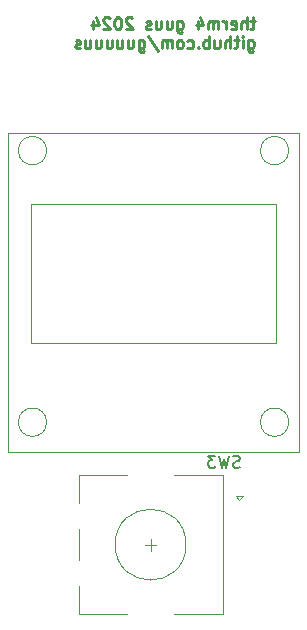
<source format=gbr>
%TF.GenerationSoftware,KiCad,Pcbnew,7.0.11+1*%
%TF.CreationDate,2024-03-31T13:18:08+02:00*%
%TF.ProjectId,ch32v203_thermokoppel,63683332-7632-4303-935f-746865726d6f,rev?*%
%TF.SameCoordinates,Original*%
%TF.FileFunction,Legend,Bot*%
%TF.FilePolarity,Positive*%
%FSLAX46Y46*%
G04 Gerber Fmt 4.6, Leading zero omitted, Abs format (unit mm)*
G04 Created by KiCad (PCBNEW 7.0.11+1) date 2024-03-31 13:18:08*
%MOMM*%
%LPD*%
G01*
G04 APERTURE LIST*
%ADD10C,0.250000*%
%ADD11C,0.150000*%
%ADD12C,0.120000*%
G04 APERTURE END LIST*
D10*
X136940288Y-43287952D02*
X136559336Y-43287952D01*
X136797431Y-42954619D02*
X136797431Y-43811761D01*
X136797431Y-43811761D02*
X136749812Y-43907000D01*
X136749812Y-43907000D02*
X136654574Y-43954619D01*
X136654574Y-43954619D02*
X136559336Y-43954619D01*
X136226002Y-43954619D02*
X136226002Y-42954619D01*
X135797431Y-43954619D02*
X135797431Y-43430809D01*
X135797431Y-43430809D02*
X135845050Y-43335571D01*
X135845050Y-43335571D02*
X135940288Y-43287952D01*
X135940288Y-43287952D02*
X136083145Y-43287952D01*
X136083145Y-43287952D02*
X136178383Y-43335571D01*
X136178383Y-43335571D02*
X136226002Y-43383190D01*
X134940288Y-43907000D02*
X135035526Y-43954619D01*
X135035526Y-43954619D02*
X135226002Y-43954619D01*
X135226002Y-43954619D02*
X135321240Y-43907000D01*
X135321240Y-43907000D02*
X135368859Y-43811761D01*
X135368859Y-43811761D02*
X135368859Y-43430809D01*
X135368859Y-43430809D02*
X135321240Y-43335571D01*
X135321240Y-43335571D02*
X135226002Y-43287952D01*
X135226002Y-43287952D02*
X135035526Y-43287952D01*
X135035526Y-43287952D02*
X134940288Y-43335571D01*
X134940288Y-43335571D02*
X134892669Y-43430809D01*
X134892669Y-43430809D02*
X134892669Y-43526047D01*
X134892669Y-43526047D02*
X135368859Y-43621285D01*
X134464097Y-43954619D02*
X134464097Y-43287952D01*
X134464097Y-43478428D02*
X134416478Y-43383190D01*
X134416478Y-43383190D02*
X134368859Y-43335571D01*
X134368859Y-43335571D02*
X134273621Y-43287952D01*
X134273621Y-43287952D02*
X134178383Y-43287952D01*
X133845049Y-43954619D02*
X133845049Y-43287952D01*
X133845049Y-43383190D02*
X133797430Y-43335571D01*
X133797430Y-43335571D02*
X133702192Y-43287952D01*
X133702192Y-43287952D02*
X133559335Y-43287952D01*
X133559335Y-43287952D02*
X133464097Y-43335571D01*
X133464097Y-43335571D02*
X133416478Y-43430809D01*
X133416478Y-43430809D02*
X133416478Y-43954619D01*
X133416478Y-43430809D02*
X133368859Y-43335571D01*
X133368859Y-43335571D02*
X133273621Y-43287952D01*
X133273621Y-43287952D02*
X133130764Y-43287952D01*
X133130764Y-43287952D02*
X133035525Y-43335571D01*
X133035525Y-43335571D02*
X132987906Y-43430809D01*
X132987906Y-43430809D02*
X132987906Y-43954619D01*
X132083145Y-43287952D02*
X132083145Y-43954619D01*
X132321240Y-42907000D02*
X132559335Y-43621285D01*
X132559335Y-43621285D02*
X131940288Y-43621285D01*
X130368859Y-43287952D02*
X130368859Y-44097476D01*
X130368859Y-44097476D02*
X130416478Y-44192714D01*
X130416478Y-44192714D02*
X130464097Y-44240333D01*
X130464097Y-44240333D02*
X130559335Y-44287952D01*
X130559335Y-44287952D02*
X130702192Y-44287952D01*
X130702192Y-44287952D02*
X130797430Y-44240333D01*
X130368859Y-43907000D02*
X130464097Y-43954619D01*
X130464097Y-43954619D02*
X130654573Y-43954619D01*
X130654573Y-43954619D02*
X130749811Y-43907000D01*
X130749811Y-43907000D02*
X130797430Y-43859380D01*
X130797430Y-43859380D02*
X130845049Y-43764142D01*
X130845049Y-43764142D02*
X130845049Y-43478428D01*
X130845049Y-43478428D02*
X130797430Y-43383190D01*
X130797430Y-43383190D02*
X130749811Y-43335571D01*
X130749811Y-43335571D02*
X130654573Y-43287952D01*
X130654573Y-43287952D02*
X130464097Y-43287952D01*
X130464097Y-43287952D02*
X130368859Y-43335571D01*
X129464097Y-43287952D02*
X129464097Y-43954619D01*
X129892668Y-43287952D02*
X129892668Y-43811761D01*
X129892668Y-43811761D02*
X129845049Y-43907000D01*
X129845049Y-43907000D02*
X129749811Y-43954619D01*
X129749811Y-43954619D02*
X129606954Y-43954619D01*
X129606954Y-43954619D02*
X129511716Y-43907000D01*
X129511716Y-43907000D02*
X129464097Y-43859380D01*
X128559335Y-43287952D02*
X128559335Y-43954619D01*
X128987906Y-43287952D02*
X128987906Y-43811761D01*
X128987906Y-43811761D02*
X128940287Y-43907000D01*
X128940287Y-43907000D02*
X128845049Y-43954619D01*
X128845049Y-43954619D02*
X128702192Y-43954619D01*
X128702192Y-43954619D02*
X128606954Y-43907000D01*
X128606954Y-43907000D02*
X128559335Y-43859380D01*
X128130763Y-43907000D02*
X128035525Y-43954619D01*
X128035525Y-43954619D02*
X127845049Y-43954619D01*
X127845049Y-43954619D02*
X127749811Y-43907000D01*
X127749811Y-43907000D02*
X127702192Y-43811761D01*
X127702192Y-43811761D02*
X127702192Y-43764142D01*
X127702192Y-43764142D02*
X127749811Y-43668904D01*
X127749811Y-43668904D02*
X127845049Y-43621285D01*
X127845049Y-43621285D02*
X127987906Y-43621285D01*
X127987906Y-43621285D02*
X128083144Y-43573666D01*
X128083144Y-43573666D02*
X128130763Y-43478428D01*
X128130763Y-43478428D02*
X128130763Y-43430809D01*
X128130763Y-43430809D02*
X128083144Y-43335571D01*
X128083144Y-43335571D02*
X127987906Y-43287952D01*
X127987906Y-43287952D02*
X127845049Y-43287952D01*
X127845049Y-43287952D02*
X127749811Y-43335571D01*
X126559334Y-43049857D02*
X126511715Y-43002238D01*
X126511715Y-43002238D02*
X126416477Y-42954619D01*
X126416477Y-42954619D02*
X126178382Y-42954619D01*
X126178382Y-42954619D02*
X126083144Y-43002238D01*
X126083144Y-43002238D02*
X126035525Y-43049857D01*
X126035525Y-43049857D02*
X125987906Y-43145095D01*
X125987906Y-43145095D02*
X125987906Y-43240333D01*
X125987906Y-43240333D02*
X126035525Y-43383190D01*
X126035525Y-43383190D02*
X126606953Y-43954619D01*
X126606953Y-43954619D02*
X125987906Y-43954619D01*
X125368858Y-42954619D02*
X125273620Y-42954619D01*
X125273620Y-42954619D02*
X125178382Y-43002238D01*
X125178382Y-43002238D02*
X125130763Y-43049857D01*
X125130763Y-43049857D02*
X125083144Y-43145095D01*
X125083144Y-43145095D02*
X125035525Y-43335571D01*
X125035525Y-43335571D02*
X125035525Y-43573666D01*
X125035525Y-43573666D02*
X125083144Y-43764142D01*
X125083144Y-43764142D02*
X125130763Y-43859380D01*
X125130763Y-43859380D02*
X125178382Y-43907000D01*
X125178382Y-43907000D02*
X125273620Y-43954619D01*
X125273620Y-43954619D02*
X125368858Y-43954619D01*
X125368858Y-43954619D02*
X125464096Y-43907000D01*
X125464096Y-43907000D02*
X125511715Y-43859380D01*
X125511715Y-43859380D02*
X125559334Y-43764142D01*
X125559334Y-43764142D02*
X125606953Y-43573666D01*
X125606953Y-43573666D02*
X125606953Y-43335571D01*
X125606953Y-43335571D02*
X125559334Y-43145095D01*
X125559334Y-43145095D02*
X125511715Y-43049857D01*
X125511715Y-43049857D02*
X125464096Y-43002238D01*
X125464096Y-43002238D02*
X125368858Y-42954619D01*
X124654572Y-43049857D02*
X124606953Y-43002238D01*
X124606953Y-43002238D02*
X124511715Y-42954619D01*
X124511715Y-42954619D02*
X124273620Y-42954619D01*
X124273620Y-42954619D02*
X124178382Y-43002238D01*
X124178382Y-43002238D02*
X124130763Y-43049857D01*
X124130763Y-43049857D02*
X124083144Y-43145095D01*
X124083144Y-43145095D02*
X124083144Y-43240333D01*
X124083144Y-43240333D02*
X124130763Y-43383190D01*
X124130763Y-43383190D02*
X124702191Y-43954619D01*
X124702191Y-43954619D02*
X124083144Y-43954619D01*
X123226001Y-43287952D02*
X123226001Y-43954619D01*
X123464096Y-42907000D02*
X123702191Y-43621285D01*
X123702191Y-43621285D02*
X123083144Y-43621285D01*
X136368860Y-44897952D02*
X136368860Y-45707476D01*
X136368860Y-45707476D02*
X136416479Y-45802714D01*
X136416479Y-45802714D02*
X136464098Y-45850333D01*
X136464098Y-45850333D02*
X136559336Y-45897952D01*
X136559336Y-45897952D02*
X136702193Y-45897952D01*
X136702193Y-45897952D02*
X136797431Y-45850333D01*
X136368860Y-45517000D02*
X136464098Y-45564619D01*
X136464098Y-45564619D02*
X136654574Y-45564619D01*
X136654574Y-45564619D02*
X136749812Y-45517000D01*
X136749812Y-45517000D02*
X136797431Y-45469380D01*
X136797431Y-45469380D02*
X136845050Y-45374142D01*
X136845050Y-45374142D02*
X136845050Y-45088428D01*
X136845050Y-45088428D02*
X136797431Y-44993190D01*
X136797431Y-44993190D02*
X136749812Y-44945571D01*
X136749812Y-44945571D02*
X136654574Y-44897952D01*
X136654574Y-44897952D02*
X136464098Y-44897952D01*
X136464098Y-44897952D02*
X136368860Y-44945571D01*
X135892669Y-45564619D02*
X135892669Y-44897952D01*
X135892669Y-44564619D02*
X135940288Y-44612238D01*
X135940288Y-44612238D02*
X135892669Y-44659857D01*
X135892669Y-44659857D02*
X135845050Y-44612238D01*
X135845050Y-44612238D02*
X135892669Y-44564619D01*
X135892669Y-44564619D02*
X135892669Y-44659857D01*
X135559336Y-44897952D02*
X135178384Y-44897952D01*
X135416479Y-44564619D02*
X135416479Y-45421761D01*
X135416479Y-45421761D02*
X135368860Y-45517000D01*
X135368860Y-45517000D02*
X135273622Y-45564619D01*
X135273622Y-45564619D02*
X135178384Y-45564619D01*
X134845050Y-45564619D02*
X134845050Y-44564619D01*
X134416479Y-45564619D02*
X134416479Y-45040809D01*
X134416479Y-45040809D02*
X134464098Y-44945571D01*
X134464098Y-44945571D02*
X134559336Y-44897952D01*
X134559336Y-44897952D02*
X134702193Y-44897952D01*
X134702193Y-44897952D02*
X134797431Y-44945571D01*
X134797431Y-44945571D02*
X134845050Y-44993190D01*
X133511717Y-44897952D02*
X133511717Y-45564619D01*
X133940288Y-44897952D02*
X133940288Y-45421761D01*
X133940288Y-45421761D02*
X133892669Y-45517000D01*
X133892669Y-45517000D02*
X133797431Y-45564619D01*
X133797431Y-45564619D02*
X133654574Y-45564619D01*
X133654574Y-45564619D02*
X133559336Y-45517000D01*
X133559336Y-45517000D02*
X133511717Y-45469380D01*
X133035526Y-45564619D02*
X133035526Y-44564619D01*
X133035526Y-44945571D02*
X132940288Y-44897952D01*
X132940288Y-44897952D02*
X132749812Y-44897952D01*
X132749812Y-44897952D02*
X132654574Y-44945571D01*
X132654574Y-44945571D02*
X132606955Y-44993190D01*
X132606955Y-44993190D02*
X132559336Y-45088428D01*
X132559336Y-45088428D02*
X132559336Y-45374142D01*
X132559336Y-45374142D02*
X132606955Y-45469380D01*
X132606955Y-45469380D02*
X132654574Y-45517000D01*
X132654574Y-45517000D02*
X132749812Y-45564619D01*
X132749812Y-45564619D02*
X132940288Y-45564619D01*
X132940288Y-45564619D02*
X133035526Y-45517000D01*
X132130764Y-45469380D02*
X132083145Y-45517000D01*
X132083145Y-45517000D02*
X132130764Y-45564619D01*
X132130764Y-45564619D02*
X132178383Y-45517000D01*
X132178383Y-45517000D02*
X132130764Y-45469380D01*
X132130764Y-45469380D02*
X132130764Y-45564619D01*
X131226003Y-45517000D02*
X131321241Y-45564619D01*
X131321241Y-45564619D02*
X131511717Y-45564619D01*
X131511717Y-45564619D02*
X131606955Y-45517000D01*
X131606955Y-45517000D02*
X131654574Y-45469380D01*
X131654574Y-45469380D02*
X131702193Y-45374142D01*
X131702193Y-45374142D02*
X131702193Y-45088428D01*
X131702193Y-45088428D02*
X131654574Y-44993190D01*
X131654574Y-44993190D02*
X131606955Y-44945571D01*
X131606955Y-44945571D02*
X131511717Y-44897952D01*
X131511717Y-44897952D02*
X131321241Y-44897952D01*
X131321241Y-44897952D02*
X131226003Y-44945571D01*
X130654574Y-45564619D02*
X130749812Y-45517000D01*
X130749812Y-45517000D02*
X130797431Y-45469380D01*
X130797431Y-45469380D02*
X130845050Y-45374142D01*
X130845050Y-45374142D02*
X130845050Y-45088428D01*
X130845050Y-45088428D02*
X130797431Y-44993190D01*
X130797431Y-44993190D02*
X130749812Y-44945571D01*
X130749812Y-44945571D02*
X130654574Y-44897952D01*
X130654574Y-44897952D02*
X130511717Y-44897952D01*
X130511717Y-44897952D02*
X130416479Y-44945571D01*
X130416479Y-44945571D02*
X130368860Y-44993190D01*
X130368860Y-44993190D02*
X130321241Y-45088428D01*
X130321241Y-45088428D02*
X130321241Y-45374142D01*
X130321241Y-45374142D02*
X130368860Y-45469380D01*
X130368860Y-45469380D02*
X130416479Y-45517000D01*
X130416479Y-45517000D02*
X130511717Y-45564619D01*
X130511717Y-45564619D02*
X130654574Y-45564619D01*
X129892669Y-45564619D02*
X129892669Y-44897952D01*
X129892669Y-44993190D02*
X129845050Y-44945571D01*
X129845050Y-44945571D02*
X129749812Y-44897952D01*
X129749812Y-44897952D02*
X129606955Y-44897952D01*
X129606955Y-44897952D02*
X129511717Y-44945571D01*
X129511717Y-44945571D02*
X129464098Y-45040809D01*
X129464098Y-45040809D02*
X129464098Y-45564619D01*
X129464098Y-45040809D02*
X129416479Y-44945571D01*
X129416479Y-44945571D02*
X129321241Y-44897952D01*
X129321241Y-44897952D02*
X129178384Y-44897952D01*
X129178384Y-44897952D02*
X129083145Y-44945571D01*
X129083145Y-44945571D02*
X129035526Y-45040809D01*
X129035526Y-45040809D02*
X129035526Y-45564619D01*
X127845051Y-44517000D02*
X128702193Y-45802714D01*
X127083146Y-44897952D02*
X127083146Y-45707476D01*
X127083146Y-45707476D02*
X127130765Y-45802714D01*
X127130765Y-45802714D02*
X127178384Y-45850333D01*
X127178384Y-45850333D02*
X127273622Y-45897952D01*
X127273622Y-45897952D02*
X127416479Y-45897952D01*
X127416479Y-45897952D02*
X127511717Y-45850333D01*
X127083146Y-45517000D02*
X127178384Y-45564619D01*
X127178384Y-45564619D02*
X127368860Y-45564619D01*
X127368860Y-45564619D02*
X127464098Y-45517000D01*
X127464098Y-45517000D02*
X127511717Y-45469380D01*
X127511717Y-45469380D02*
X127559336Y-45374142D01*
X127559336Y-45374142D02*
X127559336Y-45088428D01*
X127559336Y-45088428D02*
X127511717Y-44993190D01*
X127511717Y-44993190D02*
X127464098Y-44945571D01*
X127464098Y-44945571D02*
X127368860Y-44897952D01*
X127368860Y-44897952D02*
X127178384Y-44897952D01*
X127178384Y-44897952D02*
X127083146Y-44945571D01*
X126178384Y-44897952D02*
X126178384Y-45564619D01*
X126606955Y-44897952D02*
X126606955Y-45421761D01*
X126606955Y-45421761D02*
X126559336Y-45517000D01*
X126559336Y-45517000D02*
X126464098Y-45564619D01*
X126464098Y-45564619D02*
X126321241Y-45564619D01*
X126321241Y-45564619D02*
X126226003Y-45517000D01*
X126226003Y-45517000D02*
X126178384Y-45469380D01*
X125273622Y-44897952D02*
X125273622Y-45564619D01*
X125702193Y-44897952D02*
X125702193Y-45421761D01*
X125702193Y-45421761D02*
X125654574Y-45517000D01*
X125654574Y-45517000D02*
X125559336Y-45564619D01*
X125559336Y-45564619D02*
X125416479Y-45564619D01*
X125416479Y-45564619D02*
X125321241Y-45517000D01*
X125321241Y-45517000D02*
X125273622Y-45469380D01*
X124368860Y-44897952D02*
X124368860Y-45564619D01*
X124797431Y-44897952D02*
X124797431Y-45421761D01*
X124797431Y-45421761D02*
X124749812Y-45517000D01*
X124749812Y-45517000D02*
X124654574Y-45564619D01*
X124654574Y-45564619D02*
X124511717Y-45564619D01*
X124511717Y-45564619D02*
X124416479Y-45517000D01*
X124416479Y-45517000D02*
X124368860Y-45469380D01*
X123464098Y-44897952D02*
X123464098Y-45564619D01*
X123892669Y-44897952D02*
X123892669Y-45421761D01*
X123892669Y-45421761D02*
X123845050Y-45517000D01*
X123845050Y-45517000D02*
X123749812Y-45564619D01*
X123749812Y-45564619D02*
X123606955Y-45564619D01*
X123606955Y-45564619D02*
X123511717Y-45517000D01*
X123511717Y-45517000D02*
X123464098Y-45469380D01*
X122559336Y-44897952D02*
X122559336Y-45564619D01*
X122987907Y-44897952D02*
X122987907Y-45421761D01*
X122987907Y-45421761D02*
X122940288Y-45517000D01*
X122940288Y-45517000D02*
X122845050Y-45564619D01*
X122845050Y-45564619D02*
X122702193Y-45564619D01*
X122702193Y-45564619D02*
X122606955Y-45517000D01*
X122606955Y-45517000D02*
X122559336Y-45469380D01*
X122130764Y-45517000D02*
X122035526Y-45564619D01*
X122035526Y-45564619D02*
X121845050Y-45564619D01*
X121845050Y-45564619D02*
X121749812Y-45517000D01*
X121749812Y-45517000D02*
X121702193Y-45421761D01*
X121702193Y-45421761D02*
X121702193Y-45374142D01*
X121702193Y-45374142D02*
X121749812Y-45278904D01*
X121749812Y-45278904D02*
X121845050Y-45231285D01*
X121845050Y-45231285D02*
X121987907Y-45231285D01*
X121987907Y-45231285D02*
X122083145Y-45183666D01*
X122083145Y-45183666D02*
X122130764Y-45088428D01*
X122130764Y-45088428D02*
X122130764Y-45040809D01*
X122130764Y-45040809D02*
X122083145Y-44945571D01*
X122083145Y-44945571D02*
X121987907Y-44897952D01*
X121987907Y-44897952D02*
X121845050Y-44897952D01*
X121845050Y-44897952D02*
X121749812Y-44945571D01*
D11*
X135640332Y-81031200D02*
X135497475Y-81078819D01*
X135497475Y-81078819D02*
X135259380Y-81078819D01*
X135259380Y-81078819D02*
X135164142Y-81031200D01*
X135164142Y-81031200D02*
X135116523Y-80983580D01*
X135116523Y-80983580D02*
X135068904Y-80888342D01*
X135068904Y-80888342D02*
X135068904Y-80793104D01*
X135068904Y-80793104D02*
X135116523Y-80697866D01*
X135116523Y-80697866D02*
X135164142Y-80650247D01*
X135164142Y-80650247D02*
X135259380Y-80602628D01*
X135259380Y-80602628D02*
X135449856Y-80555009D01*
X135449856Y-80555009D02*
X135545094Y-80507390D01*
X135545094Y-80507390D02*
X135592713Y-80459771D01*
X135592713Y-80459771D02*
X135640332Y-80364533D01*
X135640332Y-80364533D02*
X135640332Y-80269295D01*
X135640332Y-80269295D02*
X135592713Y-80174057D01*
X135592713Y-80174057D02*
X135545094Y-80126438D01*
X135545094Y-80126438D02*
X135449856Y-80078819D01*
X135449856Y-80078819D02*
X135211761Y-80078819D01*
X135211761Y-80078819D02*
X135068904Y-80126438D01*
X134735570Y-80078819D02*
X134497475Y-81078819D01*
X134497475Y-81078819D02*
X134306999Y-80364533D01*
X134306999Y-80364533D02*
X134116523Y-81078819D01*
X134116523Y-81078819D02*
X133878428Y-80078819D01*
X133592713Y-80078819D02*
X132973666Y-80078819D01*
X132973666Y-80078819D02*
X133306999Y-80459771D01*
X133306999Y-80459771D02*
X133164142Y-80459771D01*
X133164142Y-80459771D02*
X133068904Y-80507390D01*
X133068904Y-80507390D02*
X133021285Y-80555009D01*
X133021285Y-80555009D02*
X132973666Y-80650247D01*
X132973666Y-80650247D02*
X132973666Y-80888342D01*
X132973666Y-80888342D02*
X133021285Y-80983580D01*
X133021285Y-80983580D02*
X133068904Y-81031200D01*
X133068904Y-81031200D02*
X133164142Y-81078819D01*
X133164142Y-81078819D02*
X133449856Y-81078819D01*
X133449856Y-81078819D02*
X133545094Y-81031200D01*
X133545094Y-81031200D02*
X133592713Y-80983580D01*
D12*
%TO.C,SW3*%
X131100000Y-87600000D02*
G75*
G03*
X125100000Y-87600000I-3000000J0D01*
G01*
X125100000Y-87600000D02*
G75*
G03*
X131100000Y-87600000I3000000J0D01*
G01*
X134200000Y-81700000D02*
X134200000Y-93500000D01*
X135600000Y-83800000D02*
X135900000Y-83500000D01*
X122000000Y-86300000D02*
X122000000Y-88900000D01*
X128600000Y-87600000D02*
X127600000Y-87600000D01*
X128100000Y-87100000D02*
X128100000Y-88100000D01*
X122000000Y-93500000D02*
X126100000Y-93500000D01*
X130100000Y-93500000D02*
X134200000Y-93500000D01*
X135300000Y-83500000D02*
X135600000Y-83800000D01*
X126100000Y-81700000D02*
X122000000Y-81700000D01*
X130100000Y-81700000D02*
X134200000Y-81700000D01*
X122000000Y-91100000D02*
X122000000Y-93500000D01*
X135900000Y-83500000D02*
X135300000Y-83500000D01*
X122000000Y-81700000D02*
X122000000Y-84100000D01*
%TO.C,U7*%
X119300000Y-77240000D02*
G75*
G03*
X116900000Y-77240000I-1200000J0D01*
G01*
X116900000Y-77240000D02*
G75*
G03*
X119300000Y-77240000I1200000J0D01*
G01*
X119300000Y-54240000D02*
G75*
G03*
X116900000Y-54240000I-1200000J0D01*
G01*
X116900000Y-54240000D02*
G75*
G03*
X119300000Y-54240000I1200000J0D01*
G01*
X139800000Y-77240000D02*
G75*
G03*
X137400000Y-77240000I-1200000J0D01*
G01*
X137400000Y-77240000D02*
G75*
G03*
X139800000Y-77240000I1200000J0D01*
G01*
X139800000Y-54240000D02*
G75*
G03*
X137400000Y-54240000I-1200000J0D01*
G01*
X137400000Y-54240000D02*
G75*
G03*
X139800000Y-54240000I1200000J0D01*
G01*
X138760000Y-58730000D02*
X117960000Y-58730000D01*
X117960000Y-58730000D02*
X117960000Y-70530000D01*
X117960000Y-70530000D02*
X138760000Y-70530000D01*
X138760000Y-70530000D02*
X138760000Y-58730000D01*
X140669000Y-52740000D02*
X116031000Y-52740000D01*
X116031000Y-52740000D02*
X116031000Y-79791000D01*
X116031000Y-79791000D02*
X140669000Y-79791000D01*
X140669000Y-79791000D02*
X140669000Y-52740000D01*
%TD*%
M02*

</source>
